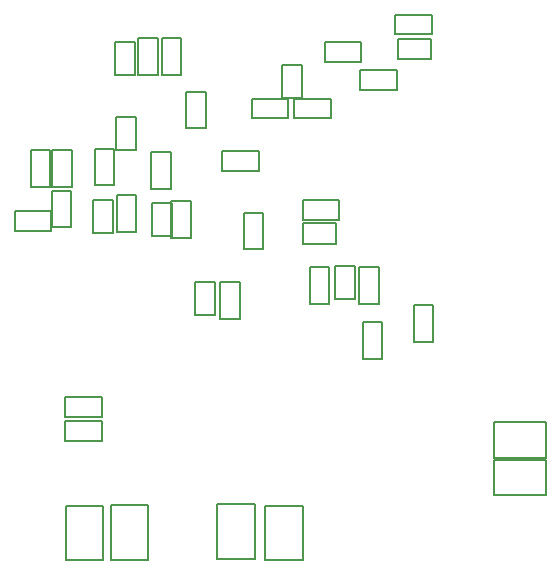
<source format=gbr>
%TF.GenerationSoftware,Altium Limited,Altium Designer,24.3.1 (35)*%
G04 Layer_Color=16711935*
%FSLAX43Y43*%
%MOMM*%
%TF.SameCoordinates,9DAA59CA-406A-4E62-98C5-13318CB5E6F2*%
%TF.FilePolarity,Positive*%
%TF.FileFunction,Other,Bottom_Courtyard*%
%TF.Part,Single*%
G01*
G75*
%TA.AperFunction,NonConductor*%
%ADD41C,0.200*%
D41*
X19851Y36399D02*
X21501D01*
Y33299D02*
Y36399D01*
X19851Y33299D02*
X21501D01*
X19851D02*
Y36399D01*
X15228Y33807D02*
X16878D01*
X15228D02*
Y36907D01*
X16878D01*
Y33807D02*
Y36907D01*
X15203Y40739D02*
Y43539D01*
Y40739D02*
X16903D01*
Y43539D01*
X15203D02*
X16903D01*
X29224Y45158D02*
Y47958D01*
Y45158D02*
X30924D01*
Y47958D01*
X29224D02*
X30924D01*
X13222Y33728D02*
X14922D01*
X13222D02*
Y36528D01*
X14922D01*
Y33728D02*
Y36528D01*
X51578Y14680D02*
Y17680D01*
X47178Y14680D02*
X51578D01*
X47178D02*
Y17680D01*
X51578D01*
X23695Y10736D02*
X26902D01*
Y6130D02*
Y10736D01*
X23695Y6130D02*
X26902D01*
X23695D02*
Y10736D01*
X7938Y37617D02*
Y40717D01*
Y37617D02*
X9588D01*
Y40717D01*
X7938D02*
X9588D01*
X6578Y33897D02*
Y35547D01*
X9678D01*
Y33897D02*
Y35547D01*
X6578Y33897D02*
X9678D01*
X21858Y29518D02*
X23558D01*
Y26718D02*
Y29518D01*
X21858Y26718D02*
X23558D01*
X21858D02*
Y29518D01*
X31010Y34505D02*
X33810D01*
X31010Y32805D02*
Y34505D01*
Y32805D02*
X33810D01*
Y34505D01*
X33669Y28140D02*
Y30940D01*
Y28140D02*
X35369D01*
Y30940D01*
X33669D02*
X35369D01*
X36081Y23037D02*
X37731D01*
X36081D02*
Y26137D01*
X37731D01*
Y23037D02*
Y26137D01*
X10871Y19799D02*
X13971D01*
X10871Y18149D02*
Y19799D01*
Y18149D02*
X13971D01*
Y19799D01*
X10871Y17767D02*
X13971D01*
X10871Y16117D02*
Y17767D01*
Y16117D02*
X13971D01*
Y17767D01*
X14704Y6054D02*
Y10660D01*
Y6054D02*
X17910D01*
Y10660D01*
X14704D02*
X17910D01*
X27759Y6003D02*
Y10609D01*
Y6003D02*
X30965D01*
Y10609D01*
X27759D02*
X30965D01*
X47178Y14479D02*
X51578D01*
X47178Y11479D02*
Y14479D01*
Y11479D02*
X51578D01*
Y14479D01*
X24180Y38951D02*
X27280D01*
Y40601D01*
X24180D02*
X27280D01*
X24180Y38951D02*
Y40601D01*
X24016Y26441D02*
Y29541D01*
Y26441D02*
X25666D01*
Y29541D01*
X24016D02*
X25666D01*
X42024Y24510D02*
Y27610D01*
X40374D02*
X42024D01*
X40374Y24510D02*
Y27610D01*
Y24510D02*
X42024D01*
X31560Y27711D02*
Y30811D01*
Y27711D02*
X33210D01*
Y30811D01*
X31560D02*
X33210D01*
X37426Y27685D02*
Y30785D01*
X35776D02*
X37426D01*
X35776Y27685D02*
Y30785D01*
Y27685D02*
X37426D01*
X25997Y32308D02*
Y35408D01*
Y32308D02*
X27647D01*
Y35408D01*
X25997D02*
X27647D01*
X18174Y37439D02*
Y40539D01*
Y37439D02*
X19824D01*
Y40539D01*
X18174D02*
X19824D01*
X18200Y33423D02*
Y36223D01*
Y33423D02*
X19900D01*
Y36223D01*
X18200D02*
X19900D01*
X13374Y37744D02*
Y40844D01*
Y37744D02*
X15024D01*
Y40844D01*
X13374D02*
X15024D01*
X11391Y34188D02*
Y37288D01*
X9741D02*
X11391D01*
X9741Y34188D02*
Y37288D01*
Y34188D02*
X11391D01*
X9767Y37617D02*
Y40717D01*
Y37617D02*
X11417D01*
Y40717D01*
X9767D02*
X11417D01*
X15050Y47038D02*
Y49838D01*
Y47038D02*
X16750D01*
Y49838D01*
X15050D02*
X16750D01*
X17057Y47091D02*
Y50191D01*
Y47091D02*
X18707D01*
Y50191D01*
X17057D02*
X18707D01*
X19063Y47116D02*
Y50216D01*
Y47116D02*
X20713D01*
Y50216D01*
X19063D02*
X20713D01*
X22771Y42570D02*
Y45670D01*
X21121D02*
X22771D01*
X21121Y42570D02*
Y45670D01*
Y42570D02*
X22771D01*
X26669Y43396D02*
X29769D01*
Y45046D01*
X26669D02*
X29769D01*
X26669Y43396D02*
Y45046D01*
X30251D02*
X33351D01*
X30251Y43396D02*
Y45046D01*
Y43396D02*
X33351D01*
Y45046D01*
X35839Y45809D02*
X38939D01*
Y47459D01*
X35839D02*
X38939D01*
X35839Y45809D02*
Y47459D01*
X32842Y49847D02*
X35942D01*
X32842Y48197D02*
Y49847D01*
Y48197D02*
X35942D01*
Y49847D01*
X39011Y48451D02*
X41811D01*
Y50151D01*
X39011D02*
X41811D01*
X39011Y48451D02*
Y50151D01*
X38811Y50508D02*
X41911D01*
Y52158D01*
X38811D02*
X41911D01*
X38811Y50508D02*
Y52158D01*
X30987Y36487D02*
X34087D01*
X30987Y34837D02*
Y36487D01*
Y34837D02*
X34087D01*
Y36487D01*
X10894Y6003D02*
Y10609D01*
Y6003D02*
X14100D01*
Y10609D01*
X10894D02*
X14100D01*
%TF.MD5,c2185d39ddb64599eb8f44ce5dd2d595*%
M02*

</source>
